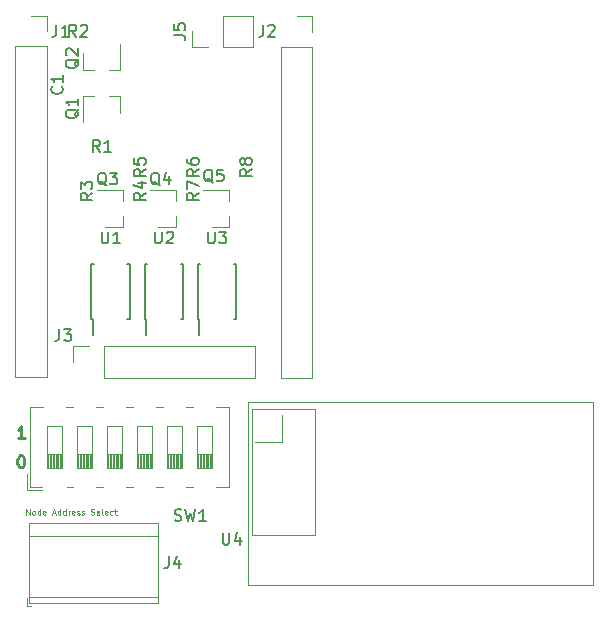
<source format=gbr>
G04 #@! TF.GenerationSoftware,KiCad,Pcbnew,(5.1.5)-3*
G04 #@! TF.CreationDate,2020-06-15T12:52:53-05:00*
G04 #@! TF.ProjectId,LightDriverShieldVer1,4c696768-7444-4726-9976-657253686965,rev?*
G04 #@! TF.SameCoordinates,Original*
G04 #@! TF.FileFunction,Legend,Top*
G04 #@! TF.FilePolarity,Positive*
%FSLAX46Y46*%
G04 Gerber Fmt 4.6, Leading zero omitted, Abs format (unit mm)*
G04 Created by KiCad (PCBNEW (5.1.5)-3) date 2020-06-15 12:52:53*
%MOMM*%
%LPD*%
G04 APERTURE LIST*
%ADD10C,0.100000*%
%ADD11C,0.250000*%
%ADD12C,0.150000*%
%ADD13C,0.120000*%
G04 APERTURE END LIST*
D10*
X99614285Y-132926190D02*
X99614285Y-132426190D01*
X99900000Y-132926190D01*
X99900000Y-132426190D01*
X100209523Y-132926190D02*
X100161904Y-132902380D01*
X100138095Y-132878571D01*
X100114285Y-132830952D01*
X100114285Y-132688095D01*
X100138095Y-132640476D01*
X100161904Y-132616666D01*
X100209523Y-132592857D01*
X100280952Y-132592857D01*
X100328571Y-132616666D01*
X100352380Y-132640476D01*
X100376190Y-132688095D01*
X100376190Y-132830952D01*
X100352380Y-132878571D01*
X100328571Y-132902380D01*
X100280952Y-132926190D01*
X100209523Y-132926190D01*
X100804761Y-132926190D02*
X100804761Y-132426190D01*
X100804761Y-132902380D02*
X100757142Y-132926190D01*
X100661904Y-132926190D01*
X100614285Y-132902380D01*
X100590476Y-132878571D01*
X100566666Y-132830952D01*
X100566666Y-132688095D01*
X100590476Y-132640476D01*
X100614285Y-132616666D01*
X100661904Y-132592857D01*
X100757142Y-132592857D01*
X100804761Y-132616666D01*
X101233333Y-132902380D02*
X101185714Y-132926190D01*
X101090476Y-132926190D01*
X101042857Y-132902380D01*
X101019047Y-132854761D01*
X101019047Y-132664285D01*
X101042857Y-132616666D01*
X101090476Y-132592857D01*
X101185714Y-132592857D01*
X101233333Y-132616666D01*
X101257142Y-132664285D01*
X101257142Y-132711904D01*
X101019047Y-132759523D01*
X101828571Y-132783333D02*
X102066666Y-132783333D01*
X101780952Y-132926190D02*
X101947619Y-132426190D01*
X102114285Y-132926190D01*
X102495238Y-132926190D02*
X102495238Y-132426190D01*
X102495238Y-132902380D02*
X102447619Y-132926190D01*
X102352380Y-132926190D01*
X102304761Y-132902380D01*
X102280952Y-132878571D01*
X102257142Y-132830952D01*
X102257142Y-132688095D01*
X102280952Y-132640476D01*
X102304761Y-132616666D01*
X102352380Y-132592857D01*
X102447619Y-132592857D01*
X102495238Y-132616666D01*
X102947619Y-132926190D02*
X102947619Y-132426190D01*
X102947619Y-132902380D02*
X102900000Y-132926190D01*
X102804761Y-132926190D01*
X102757142Y-132902380D01*
X102733333Y-132878571D01*
X102709523Y-132830952D01*
X102709523Y-132688095D01*
X102733333Y-132640476D01*
X102757142Y-132616666D01*
X102804761Y-132592857D01*
X102900000Y-132592857D01*
X102947619Y-132616666D01*
X103185714Y-132926190D02*
X103185714Y-132592857D01*
X103185714Y-132688095D02*
X103209523Y-132640476D01*
X103233333Y-132616666D01*
X103280952Y-132592857D01*
X103328571Y-132592857D01*
X103685714Y-132902380D02*
X103638095Y-132926190D01*
X103542857Y-132926190D01*
X103495238Y-132902380D01*
X103471428Y-132854761D01*
X103471428Y-132664285D01*
X103495238Y-132616666D01*
X103542857Y-132592857D01*
X103638095Y-132592857D01*
X103685714Y-132616666D01*
X103709523Y-132664285D01*
X103709523Y-132711904D01*
X103471428Y-132759523D01*
X103900000Y-132902380D02*
X103947619Y-132926190D01*
X104042857Y-132926190D01*
X104090476Y-132902380D01*
X104114285Y-132854761D01*
X104114285Y-132830952D01*
X104090476Y-132783333D01*
X104042857Y-132759523D01*
X103971428Y-132759523D01*
X103923809Y-132735714D01*
X103900000Y-132688095D01*
X103900000Y-132664285D01*
X103923809Y-132616666D01*
X103971428Y-132592857D01*
X104042857Y-132592857D01*
X104090476Y-132616666D01*
X104304761Y-132902380D02*
X104352380Y-132926190D01*
X104447619Y-132926190D01*
X104495238Y-132902380D01*
X104519047Y-132854761D01*
X104519047Y-132830952D01*
X104495238Y-132783333D01*
X104447619Y-132759523D01*
X104376190Y-132759523D01*
X104328571Y-132735714D01*
X104304761Y-132688095D01*
X104304761Y-132664285D01*
X104328571Y-132616666D01*
X104376190Y-132592857D01*
X104447619Y-132592857D01*
X104495238Y-132616666D01*
X105090476Y-132902380D02*
X105161904Y-132926190D01*
X105280952Y-132926190D01*
X105328571Y-132902380D01*
X105352380Y-132878571D01*
X105376190Y-132830952D01*
X105376190Y-132783333D01*
X105352380Y-132735714D01*
X105328571Y-132711904D01*
X105280952Y-132688095D01*
X105185714Y-132664285D01*
X105138095Y-132640476D01*
X105114285Y-132616666D01*
X105090476Y-132569047D01*
X105090476Y-132521428D01*
X105114285Y-132473809D01*
X105138095Y-132450000D01*
X105185714Y-132426190D01*
X105304761Y-132426190D01*
X105376190Y-132450000D01*
X105780952Y-132902380D02*
X105733333Y-132926190D01*
X105638095Y-132926190D01*
X105590476Y-132902380D01*
X105566666Y-132854761D01*
X105566666Y-132664285D01*
X105590476Y-132616666D01*
X105638095Y-132592857D01*
X105733333Y-132592857D01*
X105780952Y-132616666D01*
X105804761Y-132664285D01*
X105804761Y-132711904D01*
X105566666Y-132759523D01*
X106090476Y-132926190D02*
X106042857Y-132902380D01*
X106019047Y-132854761D01*
X106019047Y-132426190D01*
X106471428Y-132902380D02*
X106423809Y-132926190D01*
X106328571Y-132926190D01*
X106280952Y-132902380D01*
X106257142Y-132854761D01*
X106257142Y-132664285D01*
X106280952Y-132616666D01*
X106328571Y-132592857D01*
X106423809Y-132592857D01*
X106471428Y-132616666D01*
X106495238Y-132664285D01*
X106495238Y-132711904D01*
X106257142Y-132759523D01*
X106923809Y-132902380D02*
X106876190Y-132926190D01*
X106780952Y-132926190D01*
X106733333Y-132902380D01*
X106709523Y-132878571D01*
X106685714Y-132830952D01*
X106685714Y-132688095D01*
X106709523Y-132640476D01*
X106733333Y-132616666D01*
X106780952Y-132592857D01*
X106876190Y-132592857D01*
X106923809Y-132616666D01*
X107066666Y-132592857D02*
X107257142Y-132592857D01*
X107138095Y-132426190D02*
X107138095Y-132854761D01*
X107161904Y-132902380D01*
X107209523Y-132926190D01*
X107257142Y-132926190D01*
D11*
X99485714Y-126452380D02*
X98914285Y-126452380D01*
X99200000Y-126452380D02*
X99200000Y-125452380D01*
X99104761Y-125595238D01*
X99009523Y-125690476D01*
X98914285Y-125738095D01*
X99102380Y-127902380D02*
X99197619Y-127902380D01*
X99292857Y-127950000D01*
X99340476Y-127997619D01*
X99388095Y-128092857D01*
X99435714Y-128283333D01*
X99435714Y-128521428D01*
X99388095Y-128711904D01*
X99340476Y-128807142D01*
X99292857Y-128854761D01*
X99197619Y-128902380D01*
X99102380Y-128902380D01*
X99007142Y-128854761D01*
X98959523Y-128807142D01*
X98911904Y-128711904D01*
X98864285Y-128521428D01*
X98864285Y-128283333D01*
X98911904Y-128092857D01*
X98959523Y-127997619D01*
X99007142Y-127950000D01*
X99102380Y-127902380D01*
D12*
X105225000Y-116325000D02*
X105225000Y-117675000D01*
X108375000Y-116325000D02*
X108375000Y-111675000D01*
X105125000Y-116325000D02*
X105125000Y-111675000D01*
X108375000Y-116325000D02*
X108175000Y-116325000D01*
X108375000Y-111675000D02*
X108175000Y-111675000D01*
X105125000Y-111675000D02*
X105325000Y-111675000D01*
X105125000Y-116325000D02*
X105225000Y-116325000D01*
X114225000Y-116325000D02*
X114225000Y-117675000D01*
X117375000Y-116325000D02*
X117375000Y-111675000D01*
X114125000Y-116325000D02*
X114125000Y-111675000D01*
X117375000Y-116325000D02*
X117175000Y-116325000D01*
X117375000Y-111675000D02*
X117175000Y-111675000D01*
X114125000Y-111675000D02*
X114325000Y-111675000D01*
X114125000Y-116325000D02*
X114225000Y-116325000D01*
X109725000Y-116325000D02*
X109725000Y-117675000D01*
X112875000Y-116325000D02*
X112875000Y-111675000D01*
X109625000Y-116325000D02*
X109625000Y-111675000D01*
X112875000Y-116325000D02*
X112675000Y-116325000D01*
X112875000Y-111675000D02*
X112675000Y-111675000D01*
X109625000Y-111675000D02*
X109825000Y-111675000D01*
X109625000Y-116325000D02*
X109725000Y-116325000D01*
D13*
X116760000Y-108580000D02*
X115300000Y-108580000D01*
X116760000Y-105420000D02*
X114600000Y-105420000D01*
X116760000Y-105420000D02*
X116760000Y-106350000D01*
X116760000Y-108580000D02*
X116760000Y-107650000D01*
X112260000Y-108580000D02*
X110800000Y-108580000D01*
X112260000Y-105420000D02*
X110100000Y-105420000D01*
X112260000Y-105420000D02*
X112260000Y-106350000D01*
X112260000Y-108580000D02*
X112260000Y-107650000D01*
X107760000Y-108580000D02*
X106300000Y-108580000D01*
X107760000Y-105420000D02*
X105600000Y-105420000D01*
X107760000Y-105420000D02*
X107760000Y-106350000D01*
X107760000Y-108580000D02*
X107760000Y-107650000D01*
X113630000Y-93330000D02*
X113630000Y-92000000D01*
X114960000Y-93330000D02*
X113630000Y-93330000D01*
X116230000Y-93330000D02*
X116230000Y-90670000D01*
X116230000Y-90670000D02*
X118830000Y-90670000D01*
X116230000Y-93330000D02*
X118830000Y-93330000D01*
X118830000Y-93330000D02*
X118830000Y-90670000D01*
X118730000Y-123976000D02*
X118730000Y-123976000D01*
X118730000Y-134644000D02*
X118730000Y-123976000D01*
X118400000Y-123400000D02*
X118400000Y-123400000D01*
X118400000Y-138850000D02*
X118400000Y-123400000D01*
X147600000Y-138850000D02*
X118400000Y-138850000D01*
X147600000Y-123400000D02*
X147600000Y-138850000D01*
X118400000Y-123400000D02*
X147600000Y-123400000D01*
X118984000Y-126770000D02*
X118984000Y-126770000D01*
X121270000Y-126770000D02*
X118984000Y-126770000D01*
X121270000Y-124484000D02*
X121270000Y-126770000D01*
X118730000Y-134644000D02*
X118730000Y-134644000D01*
X124064000Y-134644000D02*
X118730000Y-134644000D01*
X124064000Y-123976000D02*
X124064000Y-134644000D01*
X118730000Y-123976000D02*
X124064000Y-123976000D01*
X114065000Y-127793333D02*
X115335000Y-127793333D01*
X115265000Y-129000000D02*
X115265000Y-127793333D01*
X115145000Y-129000000D02*
X115145000Y-127793333D01*
X115025000Y-129000000D02*
X115025000Y-127793333D01*
X114905000Y-129000000D02*
X114905000Y-127793333D01*
X114785000Y-129000000D02*
X114785000Y-127793333D01*
X114665000Y-129000000D02*
X114665000Y-127793333D01*
X114545000Y-129000000D02*
X114545000Y-127793333D01*
X114425000Y-129000000D02*
X114425000Y-127793333D01*
X114305000Y-129000000D02*
X114305000Y-127793333D01*
X114185000Y-129000000D02*
X114185000Y-127793333D01*
X114065000Y-125380000D02*
X114065000Y-129000000D01*
X115335000Y-125380000D02*
X114065000Y-125380000D01*
X115335000Y-129000000D02*
X115335000Y-125380000D01*
X114065000Y-129000000D02*
X115335000Y-129000000D01*
X111525000Y-127793333D02*
X112795000Y-127793333D01*
X112725000Y-129000000D02*
X112725000Y-127793333D01*
X112605000Y-129000000D02*
X112605000Y-127793333D01*
X112485000Y-129000000D02*
X112485000Y-127793333D01*
X112365000Y-129000000D02*
X112365000Y-127793333D01*
X112245000Y-129000000D02*
X112245000Y-127793333D01*
X112125000Y-129000000D02*
X112125000Y-127793333D01*
X112005000Y-129000000D02*
X112005000Y-127793333D01*
X111885000Y-129000000D02*
X111885000Y-127793333D01*
X111765000Y-129000000D02*
X111765000Y-127793333D01*
X111645000Y-129000000D02*
X111645000Y-127793333D01*
X111525000Y-125380000D02*
X111525000Y-129000000D01*
X112795000Y-125380000D02*
X111525000Y-125380000D01*
X112795000Y-129000000D02*
X112795000Y-125380000D01*
X111525000Y-129000000D02*
X112795000Y-129000000D01*
X108985000Y-127793333D02*
X110255000Y-127793333D01*
X110185000Y-129000000D02*
X110185000Y-127793333D01*
X110065000Y-129000000D02*
X110065000Y-127793333D01*
X109945000Y-129000000D02*
X109945000Y-127793333D01*
X109825000Y-129000000D02*
X109825000Y-127793333D01*
X109705000Y-129000000D02*
X109705000Y-127793333D01*
X109585000Y-129000000D02*
X109585000Y-127793333D01*
X109465000Y-129000000D02*
X109465000Y-127793333D01*
X109345000Y-129000000D02*
X109345000Y-127793333D01*
X109225000Y-129000000D02*
X109225000Y-127793333D01*
X109105000Y-129000000D02*
X109105000Y-127793333D01*
X108985000Y-125380000D02*
X108985000Y-129000000D01*
X110255000Y-125380000D02*
X108985000Y-125380000D01*
X110255000Y-129000000D02*
X110255000Y-125380000D01*
X108985000Y-129000000D02*
X110255000Y-129000000D01*
X106445000Y-127793333D02*
X107715000Y-127793333D01*
X107645000Y-129000000D02*
X107645000Y-127793333D01*
X107525000Y-129000000D02*
X107525000Y-127793333D01*
X107405000Y-129000000D02*
X107405000Y-127793333D01*
X107285000Y-129000000D02*
X107285000Y-127793333D01*
X107165000Y-129000000D02*
X107165000Y-127793333D01*
X107045000Y-129000000D02*
X107045000Y-127793333D01*
X106925000Y-129000000D02*
X106925000Y-127793333D01*
X106805000Y-129000000D02*
X106805000Y-127793333D01*
X106685000Y-129000000D02*
X106685000Y-127793333D01*
X106565000Y-129000000D02*
X106565000Y-127793333D01*
X106445000Y-125380000D02*
X106445000Y-129000000D01*
X107715000Y-125380000D02*
X106445000Y-125380000D01*
X107715000Y-129000000D02*
X107715000Y-125380000D01*
X106445000Y-129000000D02*
X107715000Y-129000000D01*
X103905000Y-127793333D02*
X105175000Y-127793333D01*
X105105000Y-129000000D02*
X105105000Y-127793333D01*
X104985000Y-129000000D02*
X104985000Y-127793333D01*
X104865000Y-129000000D02*
X104865000Y-127793333D01*
X104745000Y-129000000D02*
X104745000Y-127793333D01*
X104625000Y-129000000D02*
X104625000Y-127793333D01*
X104505000Y-129000000D02*
X104505000Y-127793333D01*
X104385000Y-129000000D02*
X104385000Y-127793333D01*
X104265000Y-129000000D02*
X104265000Y-127793333D01*
X104145000Y-129000000D02*
X104145000Y-127793333D01*
X104025000Y-129000000D02*
X104025000Y-127793333D01*
X103905000Y-125380000D02*
X103905000Y-129000000D01*
X105175000Y-125380000D02*
X103905000Y-125380000D01*
X105175000Y-129000000D02*
X105175000Y-125380000D01*
X103905000Y-129000000D02*
X105175000Y-129000000D01*
X101365000Y-127793333D02*
X102635000Y-127793333D01*
X102565000Y-129000000D02*
X102565000Y-127793333D01*
X102445000Y-129000000D02*
X102445000Y-127793333D01*
X102325000Y-129000000D02*
X102325000Y-127793333D01*
X102205000Y-129000000D02*
X102205000Y-127793333D01*
X102085000Y-129000000D02*
X102085000Y-127793333D01*
X101965000Y-129000000D02*
X101965000Y-127793333D01*
X101845000Y-129000000D02*
X101845000Y-127793333D01*
X101725000Y-129000000D02*
X101725000Y-127793333D01*
X101605000Y-129000000D02*
X101605000Y-127793333D01*
X101485000Y-129000000D02*
X101485000Y-127793333D01*
X101365000Y-125380000D02*
X101365000Y-129000000D01*
X102635000Y-125380000D02*
X101365000Y-125380000D01*
X102635000Y-129000000D02*
X102635000Y-125380000D01*
X101365000Y-129000000D02*
X102635000Y-129000000D01*
X99650000Y-130840000D02*
X100960000Y-130840000D01*
X99650000Y-130840000D02*
X99650000Y-129457000D01*
X102990000Y-123779000D02*
X103551000Y-123779000D01*
X99890000Y-123779000D02*
X101010000Y-123779000D01*
X105530000Y-123779000D02*
X106091000Y-123779000D01*
X108070000Y-123779000D02*
X108631000Y-123779000D01*
X110610000Y-123779000D02*
X111170000Y-123779000D01*
X113150000Y-123779000D02*
X113710000Y-123779000D01*
X115690000Y-123779000D02*
X116811000Y-123779000D01*
X115690000Y-130600000D02*
X116811000Y-130600000D01*
X113150000Y-130600000D02*
X113710000Y-130600000D01*
X110610000Y-130600000D02*
X111170000Y-130600000D01*
X108070000Y-130600000D02*
X108631000Y-130600000D01*
X105530000Y-130600000D02*
X106091000Y-130600000D01*
X103040000Y-130600000D02*
X103551000Y-130600000D01*
X99890000Y-130600000D02*
X100960000Y-130600000D01*
X116811000Y-130600000D02*
X116811000Y-123779000D01*
X99890000Y-130600000D02*
X99890000Y-123779000D01*
X104420000Y-95260000D02*
X104420000Y-93800000D01*
X107580000Y-95260000D02*
X107580000Y-93100000D01*
X107580000Y-95260000D02*
X106650000Y-95260000D01*
X104420000Y-95260000D02*
X105350000Y-95260000D01*
X107580000Y-97490000D02*
X107580000Y-98950000D01*
X104420000Y-97490000D02*
X104420000Y-99650000D01*
X104420000Y-97490000D02*
X105350000Y-97490000D01*
X107580000Y-97490000D02*
X106650000Y-97490000D01*
X99640000Y-140610000D02*
X100040000Y-140610000D01*
X99640000Y-139970000D02*
X99640000Y-140610000D01*
X110741000Y-133630000D02*
X110741000Y-140370000D01*
X99880000Y-133630000D02*
X99880000Y-140370000D01*
X99880000Y-140370000D02*
X110741000Y-140370000D01*
X99880000Y-133630000D02*
X110741000Y-133630000D01*
X99880000Y-134750000D02*
X110741000Y-134750000D01*
X99880000Y-139850000D02*
X110741000Y-139850000D01*
X103590000Y-120000000D02*
X103590000Y-118670000D01*
X103590000Y-118670000D02*
X104920000Y-118670000D01*
X106190000Y-118670000D02*
X118950000Y-118670000D01*
X118950000Y-121330000D02*
X118950000Y-118670000D01*
X106190000Y-121330000D02*
X118950000Y-121330000D01*
X106190000Y-121330000D02*
X106190000Y-118670000D01*
X122500000Y-90730000D02*
X123830000Y-90730000D01*
X123830000Y-90730000D02*
X123830000Y-92060000D01*
X123830000Y-93330000D02*
X123830000Y-121330000D01*
X121170000Y-121330000D02*
X123830000Y-121330000D01*
X121170000Y-93330000D02*
X121170000Y-121330000D01*
X121170000Y-93330000D02*
X123830000Y-93330000D01*
X100000000Y-90670000D02*
X101330000Y-90670000D01*
X101330000Y-90670000D02*
X101330000Y-92000000D01*
X101330000Y-93270000D02*
X101330000Y-121270000D01*
X98670000Y-121270000D02*
X101330000Y-121270000D01*
X98670000Y-93270000D02*
X98670000Y-121270000D01*
X98670000Y-93270000D02*
X101330000Y-93270000D01*
D12*
X105988095Y-108952380D02*
X105988095Y-109761904D01*
X106035714Y-109857142D01*
X106083333Y-109904761D01*
X106178571Y-109952380D01*
X106369047Y-109952380D01*
X106464285Y-109904761D01*
X106511904Y-109857142D01*
X106559523Y-109761904D01*
X106559523Y-108952380D01*
X107559523Y-109952380D02*
X106988095Y-109952380D01*
X107273809Y-109952380D02*
X107273809Y-108952380D01*
X107178571Y-109095238D01*
X107083333Y-109190476D01*
X106988095Y-109238095D01*
X114988095Y-108952380D02*
X114988095Y-109761904D01*
X115035714Y-109857142D01*
X115083333Y-109904761D01*
X115178571Y-109952380D01*
X115369047Y-109952380D01*
X115464285Y-109904761D01*
X115511904Y-109857142D01*
X115559523Y-109761904D01*
X115559523Y-108952380D01*
X115940476Y-108952380D02*
X116559523Y-108952380D01*
X116226190Y-109333333D01*
X116369047Y-109333333D01*
X116464285Y-109380952D01*
X116511904Y-109428571D01*
X116559523Y-109523809D01*
X116559523Y-109761904D01*
X116511904Y-109857142D01*
X116464285Y-109904761D01*
X116369047Y-109952380D01*
X116083333Y-109952380D01*
X115988095Y-109904761D01*
X115940476Y-109857142D01*
X110488095Y-108952380D02*
X110488095Y-109761904D01*
X110535714Y-109857142D01*
X110583333Y-109904761D01*
X110678571Y-109952380D01*
X110869047Y-109952380D01*
X110964285Y-109904761D01*
X111011904Y-109857142D01*
X111059523Y-109761904D01*
X111059523Y-108952380D01*
X111488095Y-109047619D02*
X111535714Y-109000000D01*
X111630952Y-108952380D01*
X111869047Y-108952380D01*
X111964285Y-109000000D01*
X112011904Y-109047619D01*
X112059523Y-109142857D01*
X112059523Y-109238095D01*
X112011904Y-109380952D01*
X111440476Y-109952380D01*
X112059523Y-109952380D01*
X118702380Y-103666666D02*
X118226190Y-104000000D01*
X118702380Y-104238095D02*
X117702380Y-104238095D01*
X117702380Y-103857142D01*
X117750000Y-103761904D01*
X117797619Y-103714285D01*
X117892857Y-103666666D01*
X118035714Y-103666666D01*
X118130952Y-103714285D01*
X118178571Y-103761904D01*
X118226190Y-103857142D01*
X118226190Y-104238095D01*
X118130952Y-103095238D02*
X118083333Y-103190476D01*
X118035714Y-103238095D01*
X117940476Y-103285714D01*
X117892857Y-103285714D01*
X117797619Y-103238095D01*
X117750000Y-103190476D01*
X117702380Y-103095238D01*
X117702380Y-102904761D01*
X117750000Y-102809523D01*
X117797619Y-102761904D01*
X117892857Y-102714285D01*
X117940476Y-102714285D01*
X118035714Y-102761904D01*
X118083333Y-102809523D01*
X118130952Y-102904761D01*
X118130952Y-103095238D01*
X118178571Y-103190476D01*
X118226190Y-103238095D01*
X118321428Y-103285714D01*
X118511904Y-103285714D01*
X118607142Y-103238095D01*
X118654761Y-103190476D01*
X118702380Y-103095238D01*
X118702380Y-102904761D01*
X118654761Y-102809523D01*
X118607142Y-102761904D01*
X118511904Y-102714285D01*
X118321428Y-102714285D01*
X118226190Y-102761904D01*
X118178571Y-102809523D01*
X118130952Y-102904761D01*
X114202380Y-105666666D02*
X113726190Y-106000000D01*
X114202380Y-106238095D02*
X113202380Y-106238095D01*
X113202380Y-105857142D01*
X113250000Y-105761904D01*
X113297619Y-105714285D01*
X113392857Y-105666666D01*
X113535714Y-105666666D01*
X113630952Y-105714285D01*
X113678571Y-105761904D01*
X113726190Y-105857142D01*
X113726190Y-106238095D01*
X113202380Y-105333333D02*
X113202380Y-104666666D01*
X114202380Y-105095238D01*
X114202380Y-103666666D02*
X113726190Y-104000000D01*
X114202380Y-104238095D02*
X113202380Y-104238095D01*
X113202380Y-103857142D01*
X113250000Y-103761904D01*
X113297619Y-103714285D01*
X113392857Y-103666666D01*
X113535714Y-103666666D01*
X113630952Y-103714285D01*
X113678571Y-103761904D01*
X113726190Y-103857142D01*
X113726190Y-104238095D01*
X113202380Y-102809523D02*
X113202380Y-103000000D01*
X113250000Y-103095238D01*
X113297619Y-103142857D01*
X113440476Y-103238095D01*
X113630952Y-103285714D01*
X114011904Y-103285714D01*
X114107142Y-103238095D01*
X114154761Y-103190476D01*
X114202380Y-103095238D01*
X114202380Y-102904761D01*
X114154761Y-102809523D01*
X114107142Y-102761904D01*
X114011904Y-102714285D01*
X113773809Y-102714285D01*
X113678571Y-102761904D01*
X113630952Y-102809523D01*
X113583333Y-102904761D01*
X113583333Y-103095238D01*
X113630952Y-103190476D01*
X113678571Y-103238095D01*
X113773809Y-103285714D01*
X109702380Y-103666666D02*
X109226190Y-104000000D01*
X109702380Y-104238095D02*
X108702380Y-104238095D01*
X108702380Y-103857142D01*
X108750000Y-103761904D01*
X108797619Y-103714285D01*
X108892857Y-103666666D01*
X109035714Y-103666666D01*
X109130952Y-103714285D01*
X109178571Y-103761904D01*
X109226190Y-103857142D01*
X109226190Y-104238095D01*
X108702380Y-102761904D02*
X108702380Y-103238095D01*
X109178571Y-103285714D01*
X109130952Y-103238095D01*
X109083333Y-103142857D01*
X109083333Y-102904761D01*
X109130952Y-102809523D01*
X109178571Y-102761904D01*
X109273809Y-102714285D01*
X109511904Y-102714285D01*
X109607142Y-102761904D01*
X109654761Y-102809523D01*
X109702380Y-102904761D01*
X109702380Y-103142857D01*
X109654761Y-103238095D01*
X109607142Y-103285714D01*
X109702380Y-105666666D02*
X109226190Y-106000000D01*
X109702380Y-106238095D02*
X108702380Y-106238095D01*
X108702380Y-105857142D01*
X108750000Y-105761904D01*
X108797619Y-105714285D01*
X108892857Y-105666666D01*
X109035714Y-105666666D01*
X109130952Y-105714285D01*
X109178571Y-105761904D01*
X109226190Y-105857142D01*
X109226190Y-106238095D01*
X109035714Y-104809523D02*
X109702380Y-104809523D01*
X108654761Y-105047619D02*
X109369047Y-105285714D01*
X109369047Y-104666666D01*
X105202380Y-105666666D02*
X104726190Y-106000000D01*
X105202380Y-106238095D02*
X104202380Y-106238095D01*
X104202380Y-105857142D01*
X104250000Y-105761904D01*
X104297619Y-105714285D01*
X104392857Y-105666666D01*
X104535714Y-105666666D01*
X104630952Y-105714285D01*
X104678571Y-105761904D01*
X104726190Y-105857142D01*
X104726190Y-106238095D01*
X104202380Y-105333333D02*
X104202380Y-104714285D01*
X104583333Y-105047619D01*
X104583333Y-104904761D01*
X104630952Y-104809523D01*
X104678571Y-104761904D01*
X104773809Y-104714285D01*
X105011904Y-104714285D01*
X105107142Y-104761904D01*
X105154761Y-104809523D01*
X105202380Y-104904761D01*
X105202380Y-105190476D01*
X105154761Y-105285714D01*
X105107142Y-105333333D01*
X115404761Y-104797619D02*
X115309523Y-104750000D01*
X115214285Y-104654761D01*
X115071428Y-104511904D01*
X114976190Y-104464285D01*
X114880952Y-104464285D01*
X114928571Y-104702380D02*
X114833333Y-104654761D01*
X114738095Y-104559523D01*
X114690476Y-104369047D01*
X114690476Y-104035714D01*
X114738095Y-103845238D01*
X114833333Y-103750000D01*
X114928571Y-103702380D01*
X115119047Y-103702380D01*
X115214285Y-103750000D01*
X115309523Y-103845238D01*
X115357142Y-104035714D01*
X115357142Y-104369047D01*
X115309523Y-104559523D01*
X115214285Y-104654761D01*
X115119047Y-104702380D01*
X114928571Y-104702380D01*
X116261904Y-103702380D02*
X115785714Y-103702380D01*
X115738095Y-104178571D01*
X115785714Y-104130952D01*
X115880952Y-104083333D01*
X116119047Y-104083333D01*
X116214285Y-104130952D01*
X116261904Y-104178571D01*
X116309523Y-104273809D01*
X116309523Y-104511904D01*
X116261904Y-104607142D01*
X116214285Y-104654761D01*
X116119047Y-104702380D01*
X115880952Y-104702380D01*
X115785714Y-104654761D01*
X115738095Y-104607142D01*
X110904761Y-105047619D02*
X110809523Y-105000000D01*
X110714285Y-104904761D01*
X110571428Y-104761904D01*
X110476190Y-104714285D01*
X110380952Y-104714285D01*
X110428571Y-104952380D02*
X110333333Y-104904761D01*
X110238095Y-104809523D01*
X110190476Y-104619047D01*
X110190476Y-104285714D01*
X110238095Y-104095238D01*
X110333333Y-104000000D01*
X110428571Y-103952380D01*
X110619047Y-103952380D01*
X110714285Y-104000000D01*
X110809523Y-104095238D01*
X110857142Y-104285714D01*
X110857142Y-104619047D01*
X110809523Y-104809523D01*
X110714285Y-104904761D01*
X110619047Y-104952380D01*
X110428571Y-104952380D01*
X111714285Y-104285714D02*
X111714285Y-104952380D01*
X111476190Y-103904761D02*
X111238095Y-104619047D01*
X111857142Y-104619047D01*
X106404761Y-105047619D02*
X106309523Y-105000000D01*
X106214285Y-104904761D01*
X106071428Y-104761904D01*
X105976190Y-104714285D01*
X105880952Y-104714285D01*
X105928571Y-104952380D02*
X105833333Y-104904761D01*
X105738095Y-104809523D01*
X105690476Y-104619047D01*
X105690476Y-104285714D01*
X105738095Y-104095238D01*
X105833333Y-104000000D01*
X105928571Y-103952380D01*
X106119047Y-103952380D01*
X106214285Y-104000000D01*
X106309523Y-104095238D01*
X106357142Y-104285714D01*
X106357142Y-104619047D01*
X106309523Y-104809523D01*
X106214285Y-104904761D01*
X106119047Y-104952380D01*
X105928571Y-104952380D01*
X106690476Y-103952380D02*
X107309523Y-103952380D01*
X106976190Y-104333333D01*
X107119047Y-104333333D01*
X107214285Y-104380952D01*
X107261904Y-104428571D01*
X107309523Y-104523809D01*
X107309523Y-104761904D01*
X107261904Y-104857142D01*
X107214285Y-104904761D01*
X107119047Y-104952380D01*
X106833333Y-104952380D01*
X106738095Y-104904761D01*
X106690476Y-104857142D01*
X112082380Y-92333333D02*
X112796666Y-92333333D01*
X112939523Y-92380952D01*
X113034761Y-92476190D01*
X113082380Y-92619047D01*
X113082380Y-92714285D01*
X112082380Y-91380952D02*
X112082380Y-91857142D01*
X112558571Y-91904761D01*
X112510952Y-91857142D01*
X112463333Y-91761904D01*
X112463333Y-91523809D01*
X112510952Y-91428571D01*
X112558571Y-91380952D01*
X112653809Y-91333333D01*
X112891904Y-91333333D01*
X112987142Y-91380952D01*
X113034761Y-91428571D01*
X113082380Y-91523809D01*
X113082380Y-91761904D01*
X113034761Y-91857142D01*
X112987142Y-91904761D01*
X116238095Y-134452380D02*
X116238095Y-135261904D01*
X116285714Y-135357142D01*
X116333333Y-135404761D01*
X116428571Y-135452380D01*
X116619047Y-135452380D01*
X116714285Y-135404761D01*
X116761904Y-135357142D01*
X116809523Y-135261904D01*
X116809523Y-134452380D01*
X117714285Y-134785714D02*
X117714285Y-135452380D01*
X117476190Y-134404761D02*
X117238095Y-135119047D01*
X117857142Y-135119047D01*
X112166666Y-133404761D02*
X112309523Y-133452380D01*
X112547619Y-133452380D01*
X112642857Y-133404761D01*
X112690476Y-133357142D01*
X112738095Y-133261904D01*
X112738095Y-133166666D01*
X112690476Y-133071428D01*
X112642857Y-133023809D01*
X112547619Y-132976190D01*
X112357142Y-132928571D01*
X112261904Y-132880952D01*
X112214285Y-132833333D01*
X112166666Y-132738095D01*
X112166666Y-132642857D01*
X112214285Y-132547619D01*
X112261904Y-132500000D01*
X112357142Y-132452380D01*
X112595238Y-132452380D01*
X112738095Y-132500000D01*
X113071428Y-132452380D02*
X113309523Y-133452380D01*
X113500000Y-132738095D01*
X113690476Y-133452380D01*
X113928571Y-132452380D01*
X114833333Y-133452380D02*
X114261904Y-133452380D01*
X114547619Y-133452380D02*
X114547619Y-132452380D01*
X114452380Y-132595238D01*
X114357142Y-132690476D01*
X114261904Y-132738095D01*
X103833333Y-92452380D02*
X103500000Y-91976190D01*
X103261904Y-92452380D02*
X103261904Y-91452380D01*
X103642857Y-91452380D01*
X103738095Y-91500000D01*
X103785714Y-91547619D01*
X103833333Y-91642857D01*
X103833333Y-91785714D01*
X103785714Y-91880952D01*
X103738095Y-91928571D01*
X103642857Y-91976190D01*
X103261904Y-91976190D01*
X104214285Y-91547619D02*
X104261904Y-91500000D01*
X104357142Y-91452380D01*
X104595238Y-91452380D01*
X104690476Y-91500000D01*
X104738095Y-91547619D01*
X104785714Y-91642857D01*
X104785714Y-91738095D01*
X104738095Y-91880952D01*
X104166666Y-92452380D01*
X104785714Y-92452380D01*
X105833333Y-102202380D02*
X105500000Y-101726190D01*
X105261904Y-102202380D02*
X105261904Y-101202380D01*
X105642857Y-101202380D01*
X105738095Y-101250000D01*
X105785714Y-101297619D01*
X105833333Y-101392857D01*
X105833333Y-101535714D01*
X105785714Y-101630952D01*
X105738095Y-101678571D01*
X105642857Y-101726190D01*
X105261904Y-101726190D01*
X106785714Y-102202380D02*
X106214285Y-102202380D01*
X106500000Y-102202380D02*
X106500000Y-101202380D01*
X106404761Y-101345238D01*
X106309523Y-101440476D01*
X106214285Y-101488095D01*
X104047619Y-94345238D02*
X104000000Y-94440476D01*
X103904761Y-94535714D01*
X103761904Y-94678571D01*
X103714285Y-94773809D01*
X103714285Y-94869047D01*
X103952380Y-94821428D02*
X103904761Y-94916666D01*
X103809523Y-95011904D01*
X103619047Y-95059523D01*
X103285714Y-95059523D01*
X103095238Y-95011904D01*
X103000000Y-94916666D01*
X102952380Y-94821428D01*
X102952380Y-94630952D01*
X103000000Y-94535714D01*
X103095238Y-94440476D01*
X103285714Y-94392857D01*
X103619047Y-94392857D01*
X103809523Y-94440476D01*
X103904761Y-94535714D01*
X103952380Y-94630952D01*
X103952380Y-94821428D01*
X103047619Y-94011904D02*
X103000000Y-93964285D01*
X102952380Y-93869047D01*
X102952380Y-93630952D01*
X103000000Y-93535714D01*
X103047619Y-93488095D01*
X103142857Y-93440476D01*
X103238095Y-93440476D01*
X103380952Y-93488095D01*
X103952380Y-94059523D01*
X103952380Y-93440476D01*
X104047619Y-98595238D02*
X104000000Y-98690476D01*
X103904761Y-98785714D01*
X103761904Y-98928571D01*
X103714285Y-99023809D01*
X103714285Y-99119047D01*
X103952380Y-99071428D02*
X103904761Y-99166666D01*
X103809523Y-99261904D01*
X103619047Y-99309523D01*
X103285714Y-99309523D01*
X103095238Y-99261904D01*
X103000000Y-99166666D01*
X102952380Y-99071428D01*
X102952380Y-98880952D01*
X103000000Y-98785714D01*
X103095238Y-98690476D01*
X103285714Y-98642857D01*
X103619047Y-98642857D01*
X103809523Y-98690476D01*
X103904761Y-98785714D01*
X103952380Y-98880952D01*
X103952380Y-99071428D01*
X103952380Y-97690476D02*
X103952380Y-98261904D01*
X103952380Y-97976190D02*
X102952380Y-97976190D01*
X103095238Y-98071428D01*
X103190476Y-98166666D01*
X103238095Y-98261904D01*
X111666666Y-136452380D02*
X111666666Y-137166666D01*
X111619047Y-137309523D01*
X111523809Y-137404761D01*
X111380952Y-137452380D01*
X111285714Y-137452380D01*
X112571428Y-136785714D02*
X112571428Y-137452380D01*
X112333333Y-136404761D02*
X112095238Y-137119047D01*
X112714285Y-137119047D01*
X102416666Y-117202380D02*
X102416666Y-117916666D01*
X102369047Y-118059523D01*
X102273809Y-118154761D01*
X102130952Y-118202380D01*
X102035714Y-118202380D01*
X102797619Y-117202380D02*
X103416666Y-117202380D01*
X103083333Y-117583333D01*
X103226190Y-117583333D01*
X103321428Y-117630952D01*
X103369047Y-117678571D01*
X103416666Y-117773809D01*
X103416666Y-118011904D01*
X103369047Y-118107142D01*
X103321428Y-118154761D01*
X103226190Y-118202380D01*
X102940476Y-118202380D01*
X102845238Y-118154761D01*
X102797619Y-118107142D01*
X119666666Y-91452380D02*
X119666666Y-92166666D01*
X119619047Y-92309523D01*
X119523809Y-92404761D01*
X119380952Y-92452380D01*
X119285714Y-92452380D01*
X120095238Y-91547619D02*
X120142857Y-91500000D01*
X120238095Y-91452380D01*
X120476190Y-91452380D01*
X120571428Y-91500000D01*
X120619047Y-91547619D01*
X120666666Y-91642857D01*
X120666666Y-91738095D01*
X120619047Y-91880952D01*
X120047619Y-92452380D01*
X120666666Y-92452380D01*
X102166666Y-91452380D02*
X102166666Y-92166666D01*
X102119047Y-92309523D01*
X102023809Y-92404761D01*
X101880952Y-92452380D01*
X101785714Y-92452380D01*
X103166666Y-92452380D02*
X102595238Y-92452380D01*
X102880952Y-92452380D02*
X102880952Y-91452380D01*
X102785714Y-91595238D01*
X102690476Y-91690476D01*
X102595238Y-91738095D01*
X102607142Y-96666666D02*
X102654761Y-96714285D01*
X102702380Y-96857142D01*
X102702380Y-96952380D01*
X102654761Y-97095238D01*
X102559523Y-97190476D01*
X102464285Y-97238095D01*
X102273809Y-97285714D01*
X102130952Y-97285714D01*
X101940476Y-97238095D01*
X101845238Y-97190476D01*
X101750000Y-97095238D01*
X101702380Y-96952380D01*
X101702380Y-96857142D01*
X101750000Y-96714285D01*
X101797619Y-96666666D01*
X102702380Y-95714285D02*
X102702380Y-96285714D01*
X102702380Y-96000000D02*
X101702380Y-96000000D01*
X101845238Y-96095238D01*
X101940476Y-96190476D01*
X101988095Y-96285714D01*
M02*

</source>
